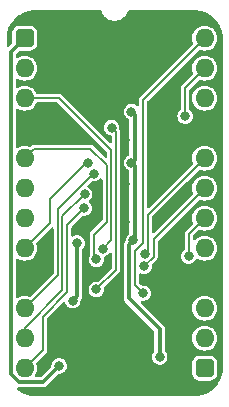
<source format=gbl>
%TF.GenerationSoftware,KiCad,Pcbnew,8.0.4*%
%TF.CreationDate,2024-08-13T15:30:36+02:00*%
%TF.ProjectId,SD Card Write Data,53442043-6172-4642-9057-726974652044,V0*%
%TF.SameCoordinates,PX54c81a0PY37b6b20*%
%TF.FileFunction,Copper,L2,Bot*%
%TF.FilePolarity,Positive*%
%FSLAX46Y46*%
G04 Gerber Fmt 4.6, Leading zero omitted, Abs format (unit mm)*
G04 Created by KiCad (PCBNEW 8.0.4) date 2024-08-13 15:30:36*
%MOMM*%
%LPD*%
G01*
G04 APERTURE LIST*
G04 Aperture macros list*
%AMRoundRect*
0 Rectangle with rounded corners*
0 $1 Rounding radius*
0 $2 $3 $4 $5 $6 $7 $8 $9 X,Y pos of 4 corners*
0 Add a 4 corners polygon primitive as box body*
4,1,4,$2,$3,$4,$5,$6,$7,$8,$9,$2,$3,0*
0 Add four circle primitives for the rounded corners*
1,1,$1+$1,$2,$3*
1,1,$1+$1,$4,$5*
1,1,$1+$1,$6,$7*
1,1,$1+$1,$8,$9*
0 Add four rect primitives between the rounded corners*
20,1,$1+$1,$2,$3,$4,$5,0*
20,1,$1+$1,$4,$5,$6,$7,0*
20,1,$1+$1,$6,$7,$8,$9,0*
20,1,$1+$1,$8,$9,$2,$3,0*%
G04 Aperture macros list end*
%TA.AperFunction,ComponentPad*%
%ADD10RoundRect,0.400000X-0.400000X-0.400000X0.400000X-0.400000X0.400000X0.400000X-0.400000X0.400000X0*%
%TD*%
%TA.AperFunction,ComponentPad*%
%ADD11O,1.600000X1.600000*%
%TD*%
%TA.AperFunction,ComponentPad*%
%ADD12R,1.600000X1.600000*%
%TD*%
%TA.AperFunction,ViaPad*%
%ADD13C,0.800000*%
%TD*%
%TA.AperFunction,Conductor*%
%ADD14C,0.200000*%
%TD*%
%TA.AperFunction,Conductor*%
%ADD15C,0.380000*%
%TD*%
G04 APERTURE END LIST*
D10*
%TO.P,J1,1,Pin_1*%
%TO.N,5V*%
X0Y0D03*
D11*
%TO.P,J1,2,Pin_2*%
%TO.N,Write Data*%
X0Y-2540000D03*
%TO.P,J1,3,Pin_3*%
%TO.N,D7*%
X0Y-5080000D03*
D12*
%TO.P,J1,4,Pin_4*%
%TO.N,GND*%
X0Y-7620000D03*
D11*
%TO.P,J1,5,Pin_5*%
%TO.N,D6*%
X0Y-10160000D03*
%TO.P,J1,6,Pin_6*%
%TO.N,D5*%
X0Y-12700000D03*
%TO.P,J1,7,Pin_7*%
%TO.N,D4*%
X0Y-15240000D03*
%TO.P,J1,8,Pin_8*%
%TO.N,D3*%
X0Y-17780000D03*
D12*
%TO.P,J1,9,Pin_9*%
%TO.N,GND*%
X0Y-20320000D03*
D11*
%TO.P,J1,10,Pin_10*%
%TO.N,D2*%
X0Y-22860000D03*
%TO.P,J1,11,Pin_11*%
%TO.N,D1*%
X0Y-25400000D03*
%TO.P,J1,12,Pin_12*%
%TO.N,D0*%
X0Y-27940000D03*
D10*
%TO.P,J1,13,Pin_13*%
%TO.N,5V*%
X15240000Y-27940000D03*
D11*
%TO.P,J1,14,Pin_14*%
%TO.N,unconnected-(J1-Pin_14-Pad14)*%
X15240000Y-25400000D03*
%TO.P,J1,15,Pin_15*%
%TO.N,unconnected-(J1-Pin_15-Pad15)*%
X15240000Y-22860000D03*
D12*
%TO.P,J1,16,Pin_16*%
%TO.N,GND*%
X15240000Y-20320000D03*
D11*
%TO.P,J1,17,Pin_17*%
%TO.N,DAT0*%
X15240000Y-17780000D03*
%TO.P,J1,18,Pin_18*%
%TO.N,DAT1*%
X15240000Y-15240000D03*
%TO.P,J1,19,Pin_19*%
%TO.N,DAT2*%
X15240000Y-12700000D03*
%TO.P,J1,20,Pin_20*%
%TO.N,DAT3*%
X15240000Y-10160000D03*
D12*
%TO.P,J1,21,Pin_21*%
%TO.N,GND*%
X15240000Y-7620000D03*
D11*
%TO.P,J1,22,Pin_22*%
%TO.N,unconnected-(J1-Pin_22-Pad22)*%
X15240000Y-5080000D03*
%TO.P,J1,23,Pin_23*%
%TO.N,~{Write Low Nybble}*%
X15240000Y-2540000D03*
%TO.P,J1,24,Pin_24*%
%TO.N,~{Write High Nybble}*%
X15240000Y0D03*
%TD*%
D13*
%TO.N,/3.3V*%
X4064000Y-22225000D03*
X9209554Y-17101134D03*
X9041000Y-10541000D03*
X4445000Y-17346766D03*
X11430000Y-26992000D03*
X9041000Y-6223000D03*
%TO.N,D6*%
X6075000Y-18730766D03*
%TO.N,D7*%
X6604000Y-17858000D03*
%TO.N,GND*%
X8461000Y-8601766D03*
X5207004Y-16190766D03*
X4953000Y-8509000D03*
X4953000Y-26543000D03*
X10160000Y-20451383D03*
X8636000Y-4572000D03*
X8461000Y-15533724D03*
X8461000Y-12380766D03*
X6197000Y-12452481D03*
X5235000Y-19430766D03*
X5207000Y-22352000D03*
X10541000Y-25146000D03*
X7983588Y-20447000D03*
%TO.N,5V*%
X2921000Y-27742000D03*
%TO.N,D0*%
X5035001Y-14395999D03*
%TO.N,D1*%
X5080000Y-13208000D03*
%TO.N,Write Data*%
X7361000Y-7569248D03*
X6066888Y-21266523D03*
%TO.N,DAT3*%
X10162512Y-18269499D03*
%TO.N,~{Write Low Nybble}*%
X13589008Y-6604000D03*
%TO.N,D3*%
X5334000Y-10570858D03*
%TO.N,DAT1*%
X13884169Y-18456169D03*
%TO.N,D2*%
X5868421Y-11474683D03*
%TO.N,~{Write High Nybble}*%
X10033000Y-21590000D03*
%TO.N,DAT2*%
X10105490Y-19317952D03*
%TD*%
D14*
%TO.N,Write Data*%
X7711000Y-8544731D02*
X7740339Y-8574070D01*
X7711000Y-7919248D02*
X7711000Y-8544731D01*
X7361000Y-7569248D02*
X7711000Y-7919248D01*
X7740339Y-8574070D02*
X7740339Y-19593072D01*
D15*
%TO.N,GND*%
X7983588Y-22588588D02*
X7983588Y-20447000D01*
X10541000Y-25146000D02*
X7983588Y-22588588D01*
X8230346Y-15764378D02*
X8230346Y-20200242D01*
X8461000Y-15533724D02*
X8230346Y-15764378D01*
D14*
%TO.N,Write Data*%
X7740339Y-19593072D02*
X6066888Y-21266523D01*
D15*
%TO.N,GND*%
X8230346Y-20200242D02*
X7983588Y-20447000D01*
%TO.N,/3.3V*%
X4064000Y-22225000D02*
X4445000Y-21844000D01*
X9301000Y-6483000D02*
X9301000Y-10281000D01*
X9301000Y-17009688D02*
X9209554Y-17101134D01*
X9301000Y-10281000D02*
X9041000Y-10541000D01*
X8823588Y-17487100D02*
X9209554Y-17101134D01*
X11430000Y-26992000D02*
X11430000Y-24638000D01*
X4445000Y-21844000D02*
X4445000Y-17346766D01*
X9041000Y-10541000D02*
X9301000Y-10801000D01*
X8823588Y-22031588D02*
X8823588Y-17487100D01*
X9041000Y-6223000D02*
X9301000Y-6483000D01*
X9301000Y-10801000D02*
X9301000Y-17009688D01*
X11430000Y-24638000D02*
X8823588Y-22031588D01*
D14*
%TO.N,D6*%
X5854000Y-16625000D02*
X5854000Y-18509766D01*
X799999Y-9360001D02*
X5550001Y-9360001D01*
X6940339Y-15538661D02*
X5854000Y-16625000D01*
X5854000Y-18509766D02*
X6075000Y-18730766D01*
X6940339Y-10750339D02*
X6940339Y-15538661D01*
X0Y-10160000D02*
X799999Y-9360001D01*
X5550001Y-9360001D02*
X6940339Y-10750339D01*
%TO.N,D7*%
X0Y-5080000D02*
X2933000Y-5080000D01*
X2933000Y-5080000D02*
X7340339Y-9487339D01*
X7340339Y-17121661D02*
X6604000Y-17858000D01*
X7340339Y-9487339D02*
X7340339Y-17121661D01*
D15*
%TO.N,GND*%
X5235000Y-19430766D02*
X5235000Y-16218762D01*
X8237000Y-12156766D02*
X8461000Y-12380766D01*
X5235000Y-19430766D02*
X5235000Y-22324000D01*
X7366000Y-26543000D02*
X8763000Y-25146000D01*
X4953000Y-22606000D02*
X5207000Y-22352000D01*
X8201000Y-8341766D02*
X8461000Y-8601766D01*
X15240000Y-20320000D02*
X10291383Y-20320000D01*
X10291383Y-20320000D02*
X10160000Y-20451383D01*
X5235000Y-16218762D02*
X5207004Y-16190766D01*
X4064000Y-7620000D02*
X4953000Y-8509000D01*
X8763000Y-25146000D02*
X10541000Y-25146000D01*
X8461000Y-8601766D02*
X8237000Y-8825766D01*
X5235000Y-22324000D02*
X5207000Y-22352000D01*
X8636000Y-4572000D02*
X8201000Y-5007000D01*
X4953000Y-26543000D02*
X4953000Y-22606000D01*
X8461000Y-12380766D02*
X8382000Y-12459766D01*
X5207004Y-16190766D02*
X5207004Y-15620996D01*
X4953000Y-26543000D02*
X7366000Y-26543000D01*
X8201000Y-5007000D02*
X8201000Y-8341766D01*
X8382000Y-12459766D02*
X8382000Y-15454724D01*
X0Y-7620000D02*
X4064000Y-7620000D01*
X5207004Y-15620996D02*
X6197000Y-14631000D01*
X6197000Y-14631000D02*
X6197000Y-12452481D01*
X8237000Y-8825766D02*
X8237000Y-12156766D01*
X8382000Y-15454724D02*
X8461000Y-15533724D01*
%TO.N,5V*%
X-492915Y-29130000D02*
X1533000Y-29130000D01*
X-1190000Y-1190000D02*
X-1190000Y-28432915D01*
X0Y0D02*
X-1190000Y-1190000D01*
X-1190000Y-28432915D02*
X-492915Y-29130000D01*
X1533000Y-29130000D02*
X2921000Y-27742000D01*
D14*
%TO.N,D0*%
X0Y-27940000D02*
X1524000Y-26416000D01*
X1524000Y-23577339D02*
X3594000Y-21507339D01*
X3594000Y-21507339D02*
X3594000Y-15837000D01*
X1524000Y-26416000D02*
X1524000Y-23577339D01*
X3594000Y-15837000D02*
X5035001Y-14395999D01*
%TO.N,D1*%
X3194000Y-21341653D02*
X3194000Y-15094000D01*
X0Y-24535653D02*
X3194000Y-21341653D01*
X0Y-25400000D02*
X0Y-24535653D01*
X3194000Y-15094000D02*
X5080000Y-13208000D01*
%TO.N,DAT3*%
X15240000Y-10160000D02*
X10421000Y-14979000D01*
X10421000Y-14979000D02*
X10421000Y-18011011D01*
X10421000Y-18011011D02*
X10162512Y-18269499D01*
%TO.N,~{Write Low Nybble}*%
X13589008Y-4190992D02*
X13589008Y-6604000D01*
X15240000Y-2540000D02*
X13589008Y-4190992D01*
%TO.N,D3*%
X2159000Y-15621000D02*
X2159000Y-13588998D01*
X0Y-17780000D02*
X2159000Y-15621000D01*
X5177140Y-10570858D02*
X5334000Y-10570858D01*
X2159000Y-13588998D02*
X5177140Y-10570858D01*
%TO.N,DAT1*%
X13884169Y-16595831D02*
X13884169Y-18456169D01*
X15240000Y-15240000D02*
X13884169Y-16595831D01*
%TO.N,D2*%
X0Y-22860000D02*
X2794000Y-20066000D01*
X5797317Y-11474683D02*
X5868421Y-11474683D01*
X2794000Y-20066000D02*
X2794000Y-14478000D01*
X2794000Y-14478000D02*
X5797317Y-11474683D01*
%TO.N,~{Write High Nybble}*%
X9313588Y-18057762D02*
X9313588Y-20870588D01*
X10021000Y-17350350D02*
X9313588Y-18057762D01*
X15240000Y0D02*
X10021000Y-5219000D01*
X9313588Y-20870588D02*
X10033000Y-21590000D01*
X10021000Y-5219000D02*
X10021000Y-17350350D01*
%TO.N,DAT2*%
X10910000Y-18513442D02*
X10105490Y-19317952D01*
X10910000Y-17030000D02*
X10910000Y-18513442D01*
X15240000Y-12700000D02*
X10910000Y-17030000D01*
%TD*%
%TA.AperFunction,Conductor*%
%TO.N,GND*%
G36*
X1524000Y-30303232D02*
G01*
X839477Y-30303232D01*
X831992Y-30303006D01*
X558355Y-30286458D01*
X543490Y-30284653D01*
X277546Y-30235920D01*
X263006Y-30232337D01*
X4865Y-30151899D01*
X-9135Y-30146589D01*
X-255693Y-30035625D01*
X-268946Y-30028670D01*
X-500348Y-29888786D01*
X-512660Y-29880286D01*
X-625209Y-29792111D01*
X-665842Y-29735272D01*
X-669295Y-29665488D01*
X-634472Y-29604915D01*
X-572428Y-29572784D01*
X-548737Y-29570500D01*
X1524000Y-29570500D01*
X1524000Y-30303232D01*
G37*
%TD.AperFunction*%
%TA.AperFunction,Conductor*%
G36*
X1524000Y-28516039D02*
G01*
X1386858Y-28653181D01*
X1325535Y-28686666D01*
X1299177Y-28689500D01*
X997414Y-28689500D01*
X930375Y-28669815D01*
X884620Y-28617011D01*
X874676Y-28547853D01*
X888054Y-28507049D01*
X975232Y-28343954D01*
X1035300Y-28145934D01*
X1055583Y-27940000D01*
X1035300Y-27734066D01*
X979210Y-27549163D01*
X978588Y-27479298D01*
X1010189Y-27425491D01*
X1524000Y-26911681D01*
X1524000Y-28516039D01*
G37*
%TD.AperFunction*%
%TA.AperFunction,Conductor*%
G36*
X1524000Y-20840316D02*
G01*
X514508Y-21849808D01*
X453185Y-21883293D01*
X390833Y-21880788D01*
X205934Y-21824700D01*
X205932Y-21824699D01*
X205934Y-21824699D01*
X0Y-21804417D01*
X-205933Y-21824699D01*
X-403959Y-21884769D01*
X-567047Y-21971943D01*
X-635449Y-21986185D01*
X-700693Y-21961185D01*
X-742064Y-21904880D01*
X-749500Y-21862585D01*
X-749500Y-18777414D01*
X-729815Y-18710375D01*
X-677011Y-18664620D01*
X-607853Y-18654676D01*
X-567050Y-18668054D01*
X-403954Y-18755232D01*
X-205934Y-18815300D01*
X-205935Y-18815300D01*
X-187471Y-18817118D01*
X0Y-18835583D01*
X205934Y-18815300D01*
X403954Y-18755232D01*
X586450Y-18657685D01*
X746410Y-18526410D01*
X877685Y-18366450D01*
X975232Y-18183954D01*
X1035300Y-17985934D01*
X1055583Y-17780000D01*
X1035300Y-17574066D01*
X979210Y-17389163D01*
X978588Y-17319298D01*
X1010189Y-17265491D01*
X1524000Y-16751681D01*
X1524000Y-20840316D01*
G37*
%TD.AperFunction*%
%TA.AperFunction,Conductor*%
G36*
X1524000Y-9009501D02*
G01*
X753855Y-9009501D01*
X664711Y-9033387D01*
X664710Y-9033387D01*
X664708Y-9033388D01*
X664705Y-9033389D01*
X584793Y-9079527D01*
X584783Y-9079535D01*
X514508Y-9149809D01*
X453185Y-9183294D01*
X390833Y-9180788D01*
X205934Y-9124700D01*
X205932Y-9124699D01*
X205934Y-9124699D01*
X0Y-9104417D01*
X-205933Y-9124699D01*
X-403959Y-9184769D01*
X-567047Y-9271943D01*
X-635449Y-9286185D01*
X-700693Y-9261185D01*
X-742064Y-9204880D01*
X-749500Y-9162585D01*
X-749500Y-6077414D01*
X-729815Y-6010375D01*
X-677011Y-5964620D01*
X-607853Y-5954676D01*
X-567050Y-5968054D01*
X-403954Y-6055232D01*
X-205934Y-6115300D01*
X-205935Y-6115300D01*
X-187471Y-6117118D01*
X0Y-6135583D01*
X205934Y-6115300D01*
X403954Y-6055232D01*
X586450Y-5957685D01*
X746410Y-5826410D01*
X877685Y-5666450D01*
X968769Y-5496046D01*
X1017732Y-5446202D01*
X1078127Y-5430500D01*
X1524000Y-5430500D01*
X1524000Y-9009501D01*
G37*
%TD.AperFunction*%
%TA.AperFunction,Conductor*%
G36*
X1524000Y-4729500D02*
G01*
X1078127Y-4729500D01*
X1011088Y-4709815D01*
X968769Y-4663954D01*
X949879Y-4628615D01*
X877685Y-4493550D01*
X825702Y-4430209D01*
X746410Y-4333589D01*
X628677Y-4236969D01*
X586450Y-4202315D01*
X403954Y-4104768D01*
X205934Y-4044700D01*
X205932Y-4044699D01*
X205934Y-4044699D01*
X0Y-4024417D01*
X-205933Y-4044699D01*
X-403959Y-4104769D01*
X-567047Y-4191943D01*
X-635449Y-4206185D01*
X-700693Y-4181185D01*
X-742064Y-4124880D01*
X-749500Y-4082585D01*
X-749500Y-3537414D01*
X-729815Y-3470375D01*
X-677011Y-3424620D01*
X-607853Y-3414676D01*
X-567050Y-3428054D01*
X-403954Y-3515232D01*
X-205934Y-3575300D01*
X-205935Y-3575300D01*
X-187471Y-3577118D01*
X0Y-3595583D01*
X205934Y-3575300D01*
X403954Y-3515232D01*
X586450Y-3417685D01*
X746410Y-3286410D01*
X877685Y-3126450D01*
X975232Y-2943954D01*
X1035300Y-2745934D01*
X1055583Y-2540000D01*
X1035300Y-2334066D01*
X975232Y-2136046D01*
X877685Y-1953550D01*
X825702Y-1890209D01*
X746410Y-1793589D01*
X628677Y-1696969D01*
X586450Y-1662315D01*
X403954Y-1564768D01*
X205934Y-1504700D01*
X205932Y-1504699D01*
X205934Y-1504699D01*
X0Y-1484417D01*
X-205933Y-1504699D01*
X-403959Y-1564769D01*
X-567047Y-1651943D01*
X-635449Y-1666185D01*
X-700693Y-1641185D01*
X-742064Y-1584880D01*
X-749500Y-1542585D01*
X-749500Y-1423823D01*
X-729815Y-1356784D01*
X-713181Y-1336142D01*
X-463858Y-1086819D01*
X-402535Y-1053334D01*
X-376177Y-1050500D01*
X465686Y-1050500D01*
X465694Y-1050500D01*
X502569Y-1047598D01*
X502571Y-1047597D01*
X502573Y-1047597D01*
X544191Y-1035505D01*
X660398Y-1001744D01*
X801865Y-918081D01*
X918081Y-801865D01*
X1001744Y-660398D01*
X1047598Y-502569D01*
X1050500Y-465694D01*
X1050500Y465694D01*
X1047598Y502569D01*
X1027217Y572719D01*
X1001745Y660394D01*
X1001744Y660397D01*
X1001744Y660398D01*
X918081Y801865D01*
X918079Y801867D01*
X918076Y801871D01*
X801870Y918077D01*
X801862Y918083D01*
X660396Y1001745D01*
X660393Y1001746D01*
X502573Y1047598D01*
X502567Y1047599D01*
X465701Y1050500D01*
X465694Y1050500D01*
X-465694Y1050500D01*
X-465702Y1050500D01*
X-502568Y1047599D01*
X-502574Y1047598D01*
X-660394Y1001746D01*
X-660397Y1001745D01*
X-801863Y918083D01*
X-801871Y918077D01*
X-918077Y801871D01*
X-918083Y801863D01*
X-1001745Y660397D01*
X-1001746Y660394D01*
X-1047598Y502574D01*
X-1047599Y502568D01*
X-1050500Y465702D01*
X-1050500Y-376177D01*
X-1070185Y-443216D01*
X-1086819Y-463858D01*
X-1315819Y-692858D01*
X-1377142Y-726343D01*
X-1446834Y-721359D01*
X-1502767Y-679487D01*
X-1527184Y-614023D01*
X-1527500Y-605177D01*
X-1527500Y-3750D01*
X-1527274Y3737D01*
X-1510722Y277369D01*
X-1508917Y292233D01*
X-1460180Y558184D01*
X-1456597Y572719D01*
X-1429275Y660397D01*
X-1376155Y830864D01*
X-1370856Y844836D01*
X-1259882Y1091409D01*
X-1252933Y1104650D01*
X-1113044Y1336051D01*
X-1104549Y1348359D01*
X-937793Y1561204D01*
X-927880Y1572394D01*
X-736675Y1763597D01*
X-725483Y1773512D01*
X-512629Y1940270D01*
X-500324Y1948763D01*
X-268924Y2088646D01*
X-255693Y2095590D01*
X-9118Y2206562D01*
X4875Y2211868D01*
X263017Y2292306D01*
X277554Y2295889D01*
X543499Y2344622D01*
X558353Y2346426D01*
X832521Y2363007D01*
X840006Y2363232D01*
X891005Y2363232D01*
X891262Y2363256D01*
X1524000Y2363521D01*
X1524000Y-4729500D01*
G37*
%TD.AperFunction*%
%TD*%
%TA.AperFunction,Conductor*%
%TO.N,GND*%
G36*
X14348868Y2363257D02*
G01*
X14349118Y2363234D01*
X14360091Y2363234D01*
X14400492Y2363234D01*
X14407982Y2363008D01*
X14681637Y2346449D01*
X14696490Y2344644D01*
X14962430Y2295903D01*
X14976955Y2292323D01*
X15235107Y2211874D01*
X15249088Y2206571D01*
X15484611Y2100566D01*
X15495645Y2095599D01*
X15508904Y2088640D01*
X15740285Y1948760D01*
X15752599Y1940260D01*
X15965445Y1773501D01*
X15976641Y1763580D01*
X16167816Y1572401D01*
X16177745Y1561193D01*
X16344488Y1348357D01*
X16352995Y1336034D01*
X16492867Y1104651D01*
X16499825Y1091393D01*
X16552105Y975231D01*
X16596006Y877685D01*
X16610787Y844844D01*
X16616097Y830842D01*
X16696533Y572707D01*
X16700116Y558169D01*
X16748850Y292232D01*
X16750655Y277368D01*
X16760508Y114487D01*
X16764409Y49989D01*
X16767273Y2654D01*
X16767499Y-4833D01*
X16767500Y-27895830D01*
X16767500Y-27936249D01*
X16767274Y-27943737D01*
X16750721Y-28217369D01*
X16748916Y-28232232D01*
X16700180Y-28498178D01*
X16696596Y-28512718D01*
X16616158Y-28770851D01*
X16610848Y-28784852D01*
X16499885Y-29031399D01*
X16492927Y-29044657D01*
X16353050Y-29276039D01*
X16344543Y-29288363D01*
X16177799Y-29501194D01*
X16167870Y-29512402D01*
X15976682Y-29703588D01*
X15965474Y-29713517D01*
X15752637Y-29880262D01*
X15740313Y-29888768D01*
X15508937Y-30028637D01*
X15495678Y-30035596D01*
X15249125Y-30146557D01*
X15235124Y-30151867D01*
X14976982Y-30232305D01*
X14962443Y-30235888D01*
X14696505Y-30284620D01*
X14681641Y-30286425D01*
X14433129Y-30301454D01*
X14407477Y-30303006D01*
X14399994Y-30303232D01*
X13716000Y-30303232D01*
X13716000Y-27474298D01*
X14189500Y-27474298D01*
X14189500Y-28405701D01*
X14192401Y-28442567D01*
X14192402Y-28442573D01*
X14238254Y-28600393D01*
X14238255Y-28600396D01*
X14321917Y-28741862D01*
X14321923Y-28741870D01*
X14438129Y-28858076D01*
X14438133Y-28858079D01*
X14438135Y-28858081D01*
X14579602Y-28941744D01*
X14621224Y-28953836D01*
X14737426Y-28987597D01*
X14737429Y-28987597D01*
X14737431Y-28987598D01*
X14774306Y-28990500D01*
X14774314Y-28990500D01*
X15705686Y-28990500D01*
X15705694Y-28990500D01*
X15742569Y-28987598D01*
X15742571Y-28987597D01*
X15742573Y-28987597D01*
X15784191Y-28975505D01*
X15900398Y-28941744D01*
X16041865Y-28858081D01*
X16158081Y-28741865D01*
X16241744Y-28600398D01*
X16287598Y-28442569D01*
X16290500Y-28405694D01*
X16290500Y-27474306D01*
X16287598Y-27437431D01*
X16241744Y-27279602D01*
X16158081Y-27138135D01*
X16158079Y-27138133D01*
X16158076Y-27138129D01*
X16041870Y-27021923D01*
X16041862Y-27021917D01*
X15900396Y-26938255D01*
X15900393Y-26938254D01*
X15742573Y-26892402D01*
X15742567Y-26892401D01*
X15705701Y-26889500D01*
X15705694Y-26889500D01*
X14774306Y-26889500D01*
X14774298Y-26889500D01*
X14737432Y-26892401D01*
X14737426Y-26892402D01*
X14579606Y-26938254D01*
X14579603Y-26938255D01*
X14438137Y-27021917D01*
X14438129Y-27021923D01*
X14321923Y-27138129D01*
X14321917Y-27138137D01*
X14238255Y-27279603D01*
X14238254Y-27279606D01*
X14192402Y-27437426D01*
X14192401Y-27437432D01*
X14189500Y-27474298D01*
X13716000Y-27474298D01*
X13716000Y-25400000D01*
X14184417Y-25400000D01*
X14204699Y-25605932D01*
X14204700Y-25605934D01*
X14264768Y-25803954D01*
X14362315Y-25986450D01*
X14362317Y-25986452D01*
X14493589Y-26146410D01*
X14590209Y-26225702D01*
X14653550Y-26277685D01*
X14836046Y-26375232D01*
X15034066Y-26435300D01*
X15034065Y-26435300D01*
X15052529Y-26437118D01*
X15240000Y-26455583D01*
X15445934Y-26435300D01*
X15643954Y-26375232D01*
X15826450Y-26277685D01*
X15986410Y-26146410D01*
X16117685Y-25986450D01*
X16215232Y-25803954D01*
X16275300Y-25605934D01*
X16295583Y-25400000D01*
X16275300Y-25194066D01*
X16215232Y-24996046D01*
X16117685Y-24813550D01*
X16065702Y-24750209D01*
X15986410Y-24653589D01*
X15826452Y-24522317D01*
X15826453Y-24522317D01*
X15826450Y-24522315D01*
X15643954Y-24424768D01*
X15445934Y-24364700D01*
X15445932Y-24364699D01*
X15445934Y-24364699D01*
X15240000Y-24344417D01*
X15034067Y-24364699D01*
X14836043Y-24424769D01*
X14725898Y-24483643D01*
X14653550Y-24522315D01*
X14653548Y-24522316D01*
X14653547Y-24522317D01*
X14493589Y-24653589D01*
X14362317Y-24813547D01*
X14264769Y-24996043D01*
X14204699Y-25194067D01*
X14184417Y-25400000D01*
X13716000Y-25400000D01*
X13716000Y-22860000D01*
X14184417Y-22860000D01*
X14204699Y-23065932D01*
X14204700Y-23065934D01*
X14264768Y-23263954D01*
X14362315Y-23446450D01*
X14362317Y-23446452D01*
X14493589Y-23606410D01*
X14590209Y-23685702D01*
X14653550Y-23737685D01*
X14836046Y-23835232D01*
X15034066Y-23895300D01*
X15034065Y-23895300D01*
X15052529Y-23897118D01*
X15240000Y-23915583D01*
X15445934Y-23895300D01*
X15643954Y-23835232D01*
X15826450Y-23737685D01*
X15986410Y-23606410D01*
X16117685Y-23446450D01*
X16215232Y-23263954D01*
X16275300Y-23065934D01*
X16295583Y-22860000D01*
X16275300Y-22654066D01*
X16215232Y-22456046D01*
X16117685Y-22273550D01*
X16065702Y-22210209D01*
X15986410Y-22113589D01*
X15826452Y-21982317D01*
X15826453Y-21982317D01*
X15826450Y-21982315D01*
X15643954Y-21884768D01*
X15445934Y-21824700D01*
X15445932Y-21824699D01*
X15445934Y-21824699D01*
X15240000Y-21804417D01*
X15034067Y-21824699D01*
X14836043Y-21884769D01*
X14725898Y-21943643D01*
X14653550Y-21982315D01*
X14653548Y-21982316D01*
X14653547Y-21982317D01*
X14493589Y-22113589D01*
X14362317Y-22273547D01*
X14264769Y-22456043D01*
X14204699Y-22654067D01*
X14184417Y-22860000D01*
X13716000Y-22860000D01*
X13716000Y-19084687D01*
X13778217Y-19100022D01*
X13805183Y-19106669D01*
X13805184Y-19106669D01*
X13963154Y-19106669D01*
X14116534Y-19068865D01*
X14256409Y-18995452D01*
X14374652Y-18890699D01*
X14464389Y-18760692D01*
X14478740Y-18722850D01*
X14520917Y-18667148D01*
X14586515Y-18643090D01*
X14653136Y-18657463D01*
X14653547Y-18657682D01*
X14653550Y-18657685D01*
X14836046Y-18755232D01*
X15034066Y-18815300D01*
X15034065Y-18815300D01*
X15052529Y-18817118D01*
X15240000Y-18835583D01*
X15445934Y-18815300D01*
X15643954Y-18755232D01*
X15826450Y-18657685D01*
X15986410Y-18526410D01*
X16117685Y-18366450D01*
X16215232Y-18183954D01*
X16275300Y-17985934D01*
X16295583Y-17780000D01*
X16275300Y-17574066D01*
X16215232Y-17376046D01*
X16117685Y-17193550D01*
X16029596Y-17086212D01*
X15986410Y-17033589D01*
X15826452Y-16902317D01*
X15826453Y-16902317D01*
X15826450Y-16902315D01*
X15643954Y-16804768D01*
X15445934Y-16744700D01*
X15445932Y-16744699D01*
X15445934Y-16744699D01*
X15240000Y-16724417D01*
X15034067Y-16744699D01*
X14836043Y-16804769D01*
X14725898Y-16863643D01*
X14653550Y-16902315D01*
X14653548Y-16902316D01*
X14653547Y-16902317D01*
X14493589Y-17033590D01*
X14454522Y-17081194D01*
X14396777Y-17120528D01*
X14326932Y-17122399D01*
X14267164Y-17086212D01*
X14236448Y-17023456D01*
X14234669Y-17002529D01*
X14234669Y-16792374D01*
X14254354Y-16725335D01*
X14270984Y-16704697D01*
X14725491Y-16250189D01*
X14786812Y-16216706D01*
X14849162Y-16219210D01*
X15034066Y-16275300D01*
X15034065Y-16275300D01*
X15052529Y-16277118D01*
X15240000Y-16295583D01*
X15445934Y-16275300D01*
X15643954Y-16215232D01*
X15826450Y-16117685D01*
X15986410Y-15986410D01*
X16117685Y-15826450D01*
X16215232Y-15643954D01*
X16275300Y-15445934D01*
X16295583Y-15240000D01*
X16275300Y-15034066D01*
X16215232Y-14836046D01*
X16117685Y-14653550D01*
X16065702Y-14590209D01*
X15986410Y-14493589D01*
X15826452Y-14362317D01*
X15826453Y-14362317D01*
X15826450Y-14362315D01*
X15643954Y-14264768D01*
X15445934Y-14204700D01*
X15445932Y-14204699D01*
X15445934Y-14204699D01*
X15240000Y-14184417D01*
X15034067Y-14204699D01*
X14836043Y-14264769D01*
X14725898Y-14323643D01*
X14653550Y-14362315D01*
X14653548Y-14362316D01*
X14653547Y-14362317D01*
X14493589Y-14493589D01*
X14362317Y-14653547D01*
X14362315Y-14653550D01*
X14323643Y-14725898D01*
X14264769Y-14836043D01*
X14204699Y-15034067D01*
X14184417Y-15240000D01*
X14204699Y-15445932D01*
X14260788Y-15630832D01*
X14261411Y-15700699D01*
X14229808Y-15754508D01*
X13716000Y-16268316D01*
X13716000Y-14719681D01*
X14725491Y-13710189D01*
X14786812Y-13676706D01*
X14849162Y-13679210D01*
X15034066Y-13735300D01*
X15034065Y-13735300D01*
X15052529Y-13737118D01*
X15240000Y-13755583D01*
X15445934Y-13735300D01*
X15643954Y-13675232D01*
X15826450Y-13577685D01*
X15986410Y-13446410D01*
X16117685Y-13286450D01*
X16215232Y-13103954D01*
X16275300Y-12905934D01*
X16295583Y-12700000D01*
X16275300Y-12494066D01*
X16215232Y-12296046D01*
X16117685Y-12113550D01*
X16065702Y-12050209D01*
X15986410Y-11953589D01*
X15826452Y-11822317D01*
X15826453Y-11822317D01*
X15826450Y-11822315D01*
X15643954Y-11724768D01*
X15445934Y-11664700D01*
X15445932Y-11664699D01*
X15445934Y-11664699D01*
X15240000Y-11644417D01*
X15034067Y-11664699D01*
X14836043Y-11724769D01*
X14725898Y-11783643D01*
X14653550Y-11822315D01*
X14653548Y-11822316D01*
X14653547Y-11822317D01*
X14493589Y-11953589D01*
X14362317Y-12113547D01*
X14362315Y-12113550D01*
X14323643Y-12185898D01*
X14264769Y-12296043D01*
X14204699Y-12494067D01*
X14184417Y-12700000D01*
X14204699Y-12905932D01*
X14260788Y-13090832D01*
X14261411Y-13160699D01*
X14229808Y-13214508D01*
X13716000Y-13728316D01*
X13716000Y-12179681D01*
X14725491Y-11170189D01*
X14786812Y-11136706D01*
X14849162Y-11139210D01*
X15034066Y-11195300D01*
X15034065Y-11195300D01*
X15052529Y-11197118D01*
X15240000Y-11215583D01*
X15445934Y-11195300D01*
X15643954Y-11135232D01*
X15826450Y-11037685D01*
X15986410Y-10906410D01*
X16117685Y-10746450D01*
X16215232Y-10563954D01*
X16275300Y-10365934D01*
X16295583Y-10160000D01*
X16275300Y-9954066D01*
X16215232Y-9756046D01*
X16117685Y-9573550D01*
X16065702Y-9510209D01*
X15986410Y-9413589D01*
X15826452Y-9282317D01*
X15826453Y-9282317D01*
X15826450Y-9282315D01*
X15643954Y-9184768D01*
X15445934Y-9124700D01*
X15445932Y-9124699D01*
X15445934Y-9124699D01*
X15240000Y-9104417D01*
X15034067Y-9124699D01*
X14836043Y-9184769D01*
X14725898Y-9243643D01*
X14653550Y-9282315D01*
X14653548Y-9282316D01*
X14653547Y-9282317D01*
X14493589Y-9413589D01*
X14362317Y-9573547D01*
X14264769Y-9756043D01*
X14204699Y-9954067D01*
X14184417Y-10160000D01*
X14204699Y-10365932D01*
X14260788Y-10550832D01*
X14261411Y-10620699D01*
X14229808Y-10674508D01*
X13716000Y-11188316D01*
X13716000Y-7242667D01*
X13821373Y-7216696D01*
X13961248Y-7143283D01*
X14079491Y-7038530D01*
X14169228Y-6908523D01*
X14225245Y-6760818D01*
X14244286Y-6604000D01*
X14225245Y-6447182D01*
X14169228Y-6299477D01*
X14079491Y-6169470D01*
X13981280Y-6082463D01*
X13944155Y-6023276D01*
X13939508Y-5989649D01*
X13939508Y-5117475D01*
X13949973Y-5081834D01*
X13946997Y-5076018D01*
X14178293Y-5076018D01*
X14182485Y-5082540D01*
X14186911Y-5105321D01*
X14204699Y-5285932D01*
X14204700Y-5285934D01*
X14264768Y-5483954D01*
X14362315Y-5666450D01*
X14362317Y-5666452D01*
X14493589Y-5826410D01*
X14590209Y-5905702D01*
X14653550Y-5957685D01*
X14836046Y-6055232D01*
X15034066Y-6115300D01*
X15034065Y-6115300D01*
X15052529Y-6117118D01*
X15240000Y-6135583D01*
X15445934Y-6115300D01*
X15643954Y-6055232D01*
X15826450Y-5957685D01*
X15986410Y-5826410D01*
X16117685Y-5666450D01*
X16215232Y-5483954D01*
X16275300Y-5285934D01*
X16295583Y-5080000D01*
X16275300Y-4874066D01*
X16215232Y-4676046D01*
X16117685Y-4493550D01*
X16065702Y-4430209D01*
X15986410Y-4333589D01*
X15826452Y-4202317D01*
X15826453Y-4202317D01*
X15826450Y-4202315D01*
X15643954Y-4104768D01*
X15445934Y-4044700D01*
X15445932Y-4044699D01*
X15445934Y-4044699D01*
X15240000Y-4024417D01*
X15034067Y-4044699D01*
X14836043Y-4104769D01*
X14761062Y-4144848D01*
X14653550Y-4202315D01*
X14653548Y-4202316D01*
X14653547Y-4202317D01*
X14493589Y-4333589D01*
X14362317Y-4493547D01*
X14264769Y-4676043D01*
X14204699Y-4874067D01*
X14186911Y-5054678D01*
X14178293Y-5076018D01*
X13946997Y-5076018D01*
X13941680Y-5065629D01*
X13939508Y-5042524D01*
X13939508Y-4387534D01*
X13959193Y-4320495D01*
X13975823Y-4299857D01*
X14725490Y-3550189D01*
X14786811Y-3516706D01*
X14849163Y-3519210D01*
X15034066Y-3575300D01*
X15034065Y-3575300D01*
X15052529Y-3577118D01*
X15240000Y-3595583D01*
X15445934Y-3575300D01*
X15643954Y-3515232D01*
X15826450Y-3417685D01*
X15986410Y-3286410D01*
X16117685Y-3126450D01*
X16215232Y-2943954D01*
X16275300Y-2745934D01*
X16295583Y-2540000D01*
X16275300Y-2334066D01*
X16215232Y-2136046D01*
X16117685Y-1953550D01*
X16065702Y-1890209D01*
X15986410Y-1793589D01*
X15826452Y-1662317D01*
X15826453Y-1662317D01*
X15826450Y-1662315D01*
X15643954Y-1564768D01*
X15445934Y-1504700D01*
X15445932Y-1504699D01*
X15445934Y-1504699D01*
X15240000Y-1484417D01*
X15034067Y-1504699D01*
X14836043Y-1564769D01*
X14725898Y-1623643D01*
X14653550Y-1662315D01*
X14653548Y-1662316D01*
X14653547Y-1662317D01*
X14493589Y-1793589D01*
X14362317Y-1953547D01*
X14362315Y-1953550D01*
X14323643Y-2025898D01*
X14264769Y-2136043D01*
X14204699Y-2334067D01*
X14184417Y-2540000D01*
X14204699Y-2745932D01*
X14260788Y-2930833D01*
X14261411Y-3000700D01*
X14229808Y-3054509D01*
X13716000Y-3568317D01*
X13716000Y-2019681D01*
X14725491Y-1010189D01*
X14786812Y-976706D01*
X14849162Y-979210D01*
X15034066Y-1035300D01*
X15034065Y-1035300D01*
X15052529Y-1037118D01*
X15240000Y-1055583D01*
X15445934Y-1035300D01*
X15643954Y-975232D01*
X15826450Y-877685D01*
X15986410Y-746410D01*
X16117685Y-586450D01*
X16215232Y-403954D01*
X16275300Y-205934D01*
X16295583Y0D01*
X16275300Y205934D01*
X16215232Y403954D01*
X16117685Y586450D01*
X16065702Y649791D01*
X15986410Y746411D01*
X15826452Y877683D01*
X15826453Y877683D01*
X15826450Y877685D01*
X15643954Y975232D01*
X15445934Y1035300D01*
X15445932Y1035301D01*
X15445934Y1035301D01*
X15240000Y1055583D01*
X15034067Y1035301D01*
X14836043Y975231D01*
X14725898Y916357D01*
X14653550Y877685D01*
X14653548Y877684D01*
X14653547Y877683D01*
X14493589Y746411D01*
X14362317Y586453D01*
X14362315Y586450D01*
X14323643Y514102D01*
X14264769Y403957D01*
X14204699Y205933D01*
X14184417Y0D01*
X14204699Y-205932D01*
X14260788Y-390832D01*
X14261411Y-460699D01*
X14229808Y-514508D01*
X13716000Y-1028316D01*
X13716000Y2363522D01*
X14348868Y2363257D01*
G37*
%TD.AperFunction*%
%TD*%
%TA.AperFunction,Conductor*%
%TO.N,GND*%
G36*
X13716000Y2363521D02*
G01*
X13716000Y-1028317D01*
X9740531Y-5003786D01*
X9740527Y-5003791D01*
X9694387Y-5083709D01*
X9694386Y-5083712D01*
X9670500Y-5172856D01*
X9670500Y-5636112D01*
X9650815Y-5703151D01*
X9598011Y-5748906D01*
X9528853Y-5758850D01*
X9465297Y-5729825D01*
X9464274Y-5728928D01*
X9413240Y-5683717D01*
X9413238Y-5683715D01*
X9273365Y-5610303D01*
X9119986Y-5572500D01*
X9119985Y-5572500D01*
X8962015Y-5572500D01*
X8962014Y-5572500D01*
X8808634Y-5610303D01*
X8668762Y-5683715D01*
X8550516Y-5788471D01*
X8460781Y-5918475D01*
X8460780Y-5918476D01*
X8404762Y-6066181D01*
X8385722Y-6222999D01*
X8385722Y-6223000D01*
X8404762Y-6379818D01*
X8460780Y-6527523D01*
X8550517Y-6657530D01*
X8668760Y-6762283D01*
X8668762Y-6762284D01*
X8794126Y-6828081D01*
X8844338Y-6876665D01*
X8860500Y-6937877D01*
X8860500Y-9826122D01*
X8840815Y-9893161D01*
X8794127Y-9935918D01*
X8668761Y-10001716D01*
X8550516Y-10106471D01*
X8460781Y-10236475D01*
X8460780Y-10236476D01*
X8404762Y-10384181D01*
X8385722Y-10540999D01*
X8385722Y-10541000D01*
X8404762Y-10697818D01*
X8426735Y-10755754D01*
X8460780Y-10845523D01*
X8550517Y-10975530D01*
X8668760Y-11080283D01*
X8668762Y-11080284D01*
X8794126Y-11146081D01*
X8844338Y-11194665D01*
X8860500Y-11255877D01*
X8860500Y-16485501D01*
X8840815Y-16552540D01*
X8818727Y-16578316D01*
X8719072Y-16666602D01*
X8629335Y-16796609D01*
X8629334Y-16796610D01*
X8573317Y-16944314D01*
X8554967Y-17095440D01*
X8527345Y-17159618D01*
X8519553Y-17168173D01*
X8471103Y-17216623D01*
X8471100Y-17216627D01*
X8413107Y-17317071D01*
X8383088Y-17429107D01*
X8383088Y-22089580D01*
X8413107Y-22201616D01*
X8413731Y-22202696D01*
X8471100Y-22302061D01*
X8471102Y-22302063D01*
X10953181Y-24784142D01*
X10986666Y-24845465D01*
X10989500Y-24871823D01*
X10989500Y-26457381D01*
X10969815Y-26524420D01*
X10947727Y-26550196D01*
X10939518Y-26557468D01*
X10849781Y-26687475D01*
X10849780Y-26687476D01*
X10793762Y-26835181D01*
X10774722Y-26991999D01*
X10774722Y-26992000D01*
X10793762Y-27148818D01*
X10814203Y-27202715D01*
X10849780Y-27296523D01*
X10939517Y-27426530D01*
X11057760Y-27531283D01*
X11057762Y-27531284D01*
X11197634Y-27604696D01*
X11351014Y-27642500D01*
X11351015Y-27642500D01*
X11508985Y-27642500D01*
X11662365Y-27604696D01*
X11699549Y-27585180D01*
X11802240Y-27531283D01*
X11920483Y-27426530D01*
X12010220Y-27296523D01*
X12066237Y-27148818D01*
X12085278Y-26992000D01*
X12066237Y-26835182D01*
X12010220Y-26687477D01*
X11920483Y-26557470D01*
X11920481Y-26557468D01*
X11912273Y-26550196D01*
X11875146Y-26491007D01*
X11870500Y-26457381D01*
X11870500Y-24580009D01*
X11870500Y-24580007D01*
X11846251Y-24489509D01*
X11846251Y-24489508D01*
X11846251Y-24489507D01*
X11840481Y-24467973D01*
X11801447Y-24400365D01*
X11782488Y-24367527D01*
X9867142Y-22452181D01*
X9833657Y-22390858D01*
X9838641Y-22321166D01*
X9880513Y-22265233D01*
X9945977Y-22240816D01*
X9954823Y-22240500D01*
X10111985Y-22240500D01*
X10265365Y-22202696D01*
X10277776Y-22196182D01*
X10405240Y-22129283D01*
X10523483Y-22024530D01*
X10613220Y-21894523D01*
X10669237Y-21746818D01*
X10688278Y-21590000D01*
X10669237Y-21433182D01*
X10613220Y-21285477D01*
X10523483Y-21155470D01*
X10405240Y-21050717D01*
X10405238Y-21050716D01*
X10405237Y-21050715D01*
X10265365Y-20977303D01*
X10111986Y-20939500D01*
X10111985Y-20939500D01*
X9954015Y-20939500D01*
X9954013Y-20939500D01*
X9946572Y-20940404D01*
X9946184Y-20937209D01*
X9890662Y-20934476D01*
X9843724Y-20905042D01*
X9700407Y-20761725D01*
X9666922Y-20700402D01*
X9664088Y-20674044D01*
X9664088Y-20026058D01*
X9683773Y-19959019D01*
X9736577Y-19913264D01*
X9805735Y-19903320D01*
X9845714Y-19916262D01*
X9873124Y-19930648D01*
X10026504Y-19968452D01*
X10026505Y-19968452D01*
X10184475Y-19968452D01*
X10337855Y-19930648D01*
X10389923Y-19903320D01*
X10477730Y-19857235D01*
X10595973Y-19752482D01*
X10685710Y-19622475D01*
X10741727Y-19474770D01*
X10760768Y-19317952D01*
X10750764Y-19235569D01*
X10762224Y-19166648D01*
X10786176Y-19132946D01*
X11190470Y-18728654D01*
X11236614Y-18648730D01*
X11237599Y-18645054D01*
X11260500Y-18559586D01*
X11260500Y-17226544D01*
X11280185Y-17159505D01*
X11296819Y-17138863D01*
X13716000Y-14719682D01*
X13716000Y-16268317D01*
X13603700Y-16380617D01*
X13603694Y-16380625D01*
X13563276Y-16450633D01*
X13563274Y-16450637D01*
X13557556Y-16460539D01*
X13557556Y-16460540D01*
X13533669Y-16549687D01*
X13533669Y-17841818D01*
X13513984Y-17908857D01*
X13491897Y-17934631D01*
X13393686Y-18021639D01*
X13393685Y-18021640D01*
X13303950Y-18151644D01*
X13303949Y-18151645D01*
X13247931Y-18299350D01*
X13228891Y-18456168D01*
X13228891Y-18456169D01*
X13247931Y-18612987D01*
X13303949Y-18760692D01*
X13393686Y-18890699D01*
X13511929Y-18995452D01*
X13511931Y-18995453D01*
X13651803Y-19068865D01*
X13671213Y-19073649D01*
X13716000Y-19084687D01*
X13716000Y-30303232D01*
X1524000Y-30303232D01*
X1524000Y-29570500D01*
X1590991Y-29570500D01*
X1590993Y-29570500D01*
X1703027Y-29540481D01*
X1803473Y-29482488D01*
X2857142Y-28428819D01*
X2918465Y-28395334D01*
X2944823Y-28392500D01*
X2999985Y-28392500D01*
X3153365Y-28354696D01*
X3293240Y-28281283D01*
X3411483Y-28176530D01*
X3501220Y-28046523D01*
X3557237Y-27898818D01*
X3576278Y-27742000D01*
X3559607Y-27604696D01*
X3557237Y-27585181D01*
X3535992Y-27529164D01*
X3501220Y-27437477D01*
X3411483Y-27307470D01*
X3293240Y-27202717D01*
X3293238Y-27202716D01*
X3293237Y-27202715D01*
X3153365Y-27129303D01*
X2999986Y-27091500D01*
X2999985Y-27091500D01*
X2842015Y-27091500D01*
X2842014Y-27091500D01*
X2688634Y-27129303D01*
X2548762Y-27202715D01*
X2430516Y-27307471D01*
X2340781Y-27437475D01*
X2340780Y-27437476D01*
X2284763Y-27585180D01*
X2266413Y-27736305D01*
X2238791Y-27800483D01*
X2230998Y-27809039D01*
X1524000Y-28516037D01*
X1524000Y-26911682D01*
X1804469Y-26631213D01*
X1850614Y-26551288D01*
X1853237Y-26541500D01*
X1874500Y-26462144D01*
X1874500Y-23773882D01*
X1894185Y-23706843D01*
X1910814Y-23686206D01*
X3233701Y-22363318D01*
X3295024Y-22329834D01*
X3364716Y-22334818D01*
X3420649Y-22376690D01*
X3437324Y-22407029D01*
X3483780Y-22529523D01*
X3573517Y-22659530D01*
X3691760Y-22764283D01*
X3691762Y-22764284D01*
X3831634Y-22837696D01*
X3985014Y-22875500D01*
X3985015Y-22875500D01*
X4142985Y-22875500D01*
X4296365Y-22837696D01*
X4436240Y-22764283D01*
X4554483Y-22659530D01*
X4644220Y-22529523D01*
X4700237Y-22381818D01*
X4718586Y-22230691D01*
X4746207Y-22166516D01*
X4753993Y-22157967D01*
X4797488Y-22114474D01*
X4855481Y-22014027D01*
X4885500Y-21901994D01*
X4885500Y-21786007D01*
X4885500Y-17881384D01*
X4905185Y-17814345D01*
X4927274Y-17788567D01*
X4935483Y-17781296D01*
X5025220Y-17651289D01*
X5081237Y-17503584D01*
X5100278Y-17346766D01*
X5099805Y-17342866D01*
X5081237Y-17189947D01*
X5045395Y-17095440D01*
X5025220Y-17042243D01*
X4935483Y-16912236D01*
X4817240Y-16807483D01*
X4817238Y-16807482D01*
X4817237Y-16807481D01*
X4677365Y-16734069D01*
X4523986Y-16696266D01*
X4523985Y-16696266D01*
X4366015Y-16696266D01*
X4366014Y-16696266D01*
X4212634Y-16734069D01*
X4126126Y-16779473D01*
X4057617Y-16793199D01*
X3992564Y-16767706D01*
X3951620Y-16711091D01*
X3944500Y-16669677D01*
X3944500Y-16033543D01*
X3964185Y-15966504D01*
X3980815Y-15945866D01*
X4845726Y-15080954D01*
X4907047Y-15047471D01*
X4948272Y-15048038D01*
X4948569Y-15045595D01*
X4956015Y-15046499D01*
X4956016Y-15046499D01*
X5113986Y-15046499D01*
X5267366Y-15008695D01*
X5407241Y-14935282D01*
X5525484Y-14830529D01*
X5615221Y-14700522D01*
X5671238Y-14552817D01*
X5690279Y-14395999D01*
X5674105Y-14262788D01*
X5671238Y-14239180D01*
X5649993Y-14183163D01*
X5615221Y-14091476D01*
X5525484Y-13961469D01*
X5525483Y-13961467D01*
X5472746Y-13914748D01*
X5435619Y-13855559D01*
X5436385Y-13785694D01*
X5472745Y-13729117D01*
X5570483Y-13642530D01*
X5660220Y-13512523D01*
X5716237Y-13364818D01*
X5735278Y-13208000D01*
X5716237Y-13051182D01*
X5660220Y-12903477D01*
X5570483Y-12773470D01*
X5452240Y-12668717D01*
X5369773Y-12625434D01*
X5319564Y-12576852D01*
X5303589Y-12508833D01*
X5326924Y-12442975D01*
X5339715Y-12427965D01*
X5622102Y-12145578D01*
X5683423Y-12112095D01*
X5739454Y-12112863D01*
X5789436Y-12125183D01*
X5947406Y-12125183D01*
X6100786Y-12087379D01*
X6240661Y-12013966D01*
X6358904Y-11909213D01*
X6363788Y-11902137D01*
X6418069Y-11858146D01*
X6487517Y-11850485D01*
X6550083Y-11881586D01*
X6585902Y-11941576D01*
X6589839Y-11972575D01*
X6589839Y-15342117D01*
X6570154Y-15409156D01*
X6553520Y-15429798D01*
X5573531Y-16409786D01*
X5573527Y-16409791D01*
X5549948Y-16450633D01*
X5549948Y-16450634D01*
X5527386Y-16489710D01*
X5503500Y-16578856D01*
X5503500Y-18380525D01*
X5495442Y-18424496D01*
X5438763Y-18573947D01*
X5419722Y-18730765D01*
X5419722Y-18730766D01*
X5438762Y-18887584D01*
X5479672Y-18995452D01*
X5494780Y-19035289D01*
X5584517Y-19165296D01*
X5702760Y-19270049D01*
X5702762Y-19270050D01*
X5842634Y-19343462D01*
X5996014Y-19381266D01*
X5996015Y-19381266D01*
X6153985Y-19381266D01*
X6307365Y-19343462D01*
X6447240Y-19270049D01*
X6565483Y-19165296D01*
X6655220Y-19035289D01*
X6711237Y-18887584D01*
X6730278Y-18730766D01*
X6715941Y-18612691D01*
X6727401Y-18543770D01*
X6774305Y-18491984D01*
X6809360Y-18477351D01*
X6836365Y-18470696D01*
X6976240Y-18397283D01*
X7094483Y-18292530D01*
X7163789Y-18192121D01*
X7218071Y-18148132D01*
X7287520Y-18140472D01*
X7350085Y-18171575D01*
X7385902Y-18231566D01*
X7389839Y-18262562D01*
X7389839Y-19396527D01*
X7370154Y-19463566D01*
X7353520Y-19484208D01*
X6256162Y-20581565D01*
X6194839Y-20615050D01*
X6153609Y-20614527D01*
X6153318Y-20616927D01*
X6145873Y-20616023D01*
X5987903Y-20616023D01*
X5987902Y-20616023D01*
X5834522Y-20653826D01*
X5694650Y-20727238D01*
X5576404Y-20831994D01*
X5486669Y-20961998D01*
X5486668Y-20961999D01*
X5430650Y-21109704D01*
X5411610Y-21266522D01*
X5411610Y-21266523D01*
X5430650Y-21423341D01*
X5480007Y-21553483D01*
X5486668Y-21571046D01*
X5576405Y-21701053D01*
X5694648Y-21805806D01*
X5694650Y-21805807D01*
X5834522Y-21879219D01*
X5987902Y-21917023D01*
X5987903Y-21917023D01*
X6145873Y-21917023D01*
X6299253Y-21879219D01*
X6439128Y-21805806D01*
X6557371Y-21701053D01*
X6647108Y-21571046D01*
X6703125Y-21423341D01*
X6722166Y-21266523D01*
X6712162Y-21184140D01*
X6723622Y-21115219D01*
X6747574Y-21081517D01*
X8020809Y-19808284D01*
X8066953Y-19728360D01*
X8070399Y-19715500D01*
X8090839Y-19639216D01*
X8090839Y-8527926D01*
X8066953Y-8438782D01*
X8066952Y-8438781D01*
X8065725Y-8434200D01*
X8061500Y-8402107D01*
X8061500Y-7873106D01*
X8061500Y-7873104D01*
X8037614Y-7783960D01*
X8019142Y-7751965D01*
X8002670Y-7684069D01*
X8003431Y-7675045D01*
X8016278Y-7569248D01*
X7997237Y-7412430D01*
X7941220Y-7264725D01*
X7851483Y-7134718D01*
X7733240Y-7029965D01*
X7733238Y-7029964D01*
X7733237Y-7029963D01*
X7593365Y-6956551D01*
X7439986Y-6918748D01*
X7439985Y-6918748D01*
X7282015Y-6918748D01*
X7282014Y-6918748D01*
X7128634Y-6956551D01*
X6988762Y-7029963D01*
X6870516Y-7134719D01*
X6780781Y-7264723D01*
X6780780Y-7264724D01*
X6724762Y-7412429D01*
X6705722Y-7569247D01*
X6705722Y-7569248D01*
X6724762Y-7726066D01*
X6746719Y-7783960D01*
X6780780Y-7873771D01*
X6870517Y-8003778D01*
X6988760Y-8108531D01*
X6988762Y-8108532D01*
X7128634Y-8181944D01*
X7167570Y-8191540D01*
X7266175Y-8215844D01*
X7326555Y-8250998D01*
X7358344Y-8313218D01*
X7360500Y-8336240D01*
X7360500Y-8590874D01*
X7385614Y-8684601D01*
X7389839Y-8716694D01*
X7389839Y-8741795D01*
X7370154Y-8808834D01*
X7317350Y-8854589D01*
X7248192Y-8864533D01*
X7184636Y-8835508D01*
X7178158Y-8829476D01*
X3148213Y-4799531D01*
X3148208Y-4799527D01*
X3068290Y-4753387D01*
X3068289Y-4753386D01*
X3068288Y-4753386D01*
X2979144Y-4729500D01*
X1524000Y-4729500D01*
X1524000Y2363521D01*
X6411717Y2365568D01*
X6478762Y2345912D01*
X6524539Y2293127D01*
X6528285Y2283985D01*
X6583317Y2132787D01*
X6663613Y1993709D01*
X6683008Y1960117D01*
X6683012Y1960110D01*
X6731890Y1901860D01*
X6811174Y1807374D01*
X6963913Y1679210D01*
X7136587Y1579517D01*
X7323949Y1511323D01*
X7520307Y1476700D01*
X7520309Y1476700D01*
X7719691Y1476700D01*
X7719693Y1476700D01*
X7916051Y1511323D01*
X8103413Y1579517D01*
X8276087Y1679210D01*
X8428826Y1807374D01*
X8556990Y1960113D01*
X8656683Y2132787D01*
X8711712Y2283981D01*
X8753137Y2340242D01*
X8818405Y2365178D01*
X8828261Y2365568D01*
X13716000Y2363521D01*
G37*
%TD.AperFunction*%
%TA.AperFunction,Conductor*%
G36*
X2362834Y-16015362D02*
G01*
X2418767Y-16057234D01*
X2443184Y-16122698D01*
X2443500Y-16131544D01*
X2443500Y-19869456D01*
X2423815Y-19936495D01*
X2407181Y-19957137D01*
X1524000Y-20840318D01*
X1524000Y-16751682D01*
X2231819Y-16043863D01*
X2293142Y-16010378D01*
X2362834Y-16015362D01*
G37*
%TD.AperFunction*%
%TA.AperFunction,Conductor*%
G36*
X13716000Y-13728318D02*
G01*
X10983181Y-16461137D01*
X10921858Y-16494622D01*
X10852166Y-16489638D01*
X10796233Y-16447766D01*
X10771816Y-16382302D01*
X10771500Y-16373456D01*
X10771500Y-15175544D01*
X10791185Y-15108505D01*
X10807819Y-15087863D01*
X13716000Y-12179682D01*
X13716000Y-13728318D01*
G37*
%TD.AperFunction*%
%TA.AperFunction,Conductor*%
G36*
X13716000Y-3568317D02*
G01*
X13308539Y-3975778D01*
X13308535Y-3975783D01*
X13262395Y-4055701D01*
X13262394Y-4055704D01*
X13238508Y-4144848D01*
X13238508Y-5989649D01*
X13218823Y-6056688D01*
X13196736Y-6082462D01*
X13098525Y-6169470D01*
X13098524Y-6169471D01*
X13008789Y-6299475D01*
X13008788Y-6299476D01*
X12952770Y-6447181D01*
X12933730Y-6603999D01*
X12933730Y-6604000D01*
X12952770Y-6760818D01*
X12978280Y-6828081D01*
X13008788Y-6908523D01*
X13098525Y-7038530D01*
X13216768Y-7143283D01*
X13216770Y-7143284D01*
X13356642Y-7216696D01*
X13510022Y-7254500D01*
X13510023Y-7254500D01*
X13667993Y-7254500D01*
X13716000Y-7242667D01*
X13716000Y-11188318D01*
X10583181Y-14321137D01*
X10521858Y-14354622D01*
X10452166Y-14349638D01*
X10396233Y-14307766D01*
X10371816Y-14242302D01*
X10371500Y-14233456D01*
X10371500Y-5415544D01*
X10391185Y-5348505D01*
X10407819Y-5327863D01*
X13716000Y-2019682D01*
X13716000Y-3568317D01*
G37*
%TD.AperFunction*%
%TA.AperFunction,Conductor*%
G36*
X2803495Y-5450185D02*
G01*
X2824137Y-5466819D01*
X6953520Y-9596202D01*
X6987005Y-9657525D01*
X6989839Y-9683883D01*
X6989839Y-10004795D01*
X6970154Y-10071834D01*
X6917350Y-10117589D01*
X6848192Y-10127533D01*
X6784636Y-10098508D01*
X6778158Y-10092476D01*
X5765214Y-9079532D01*
X5765209Y-9079528D01*
X5685291Y-9033388D01*
X5685290Y-9033387D01*
X5685289Y-9033387D01*
X5596145Y-9009501D01*
X1524000Y-9009501D01*
X1524000Y-5430500D01*
X2736456Y-5430500D01*
X2803495Y-5450185D01*
G37*
%TD.AperFunction*%
%TD*%
M02*

</source>
